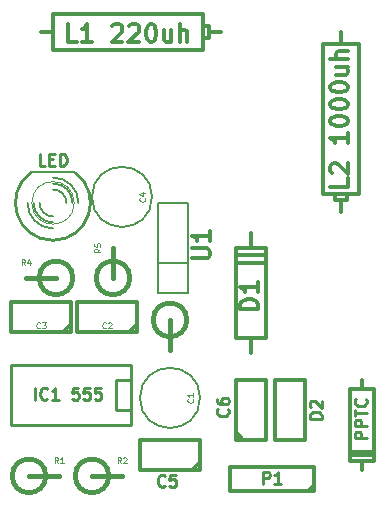
<source format=gto>
G04 (created by PCBNEW (2012-nov-02)-testing) date Wed 16 Jan 2013 09:01:30 PM EST*
%MOIN*%
G04 Gerber Fmt 3.4, Leading zero omitted, Abs format*
%FSLAX34Y34*%
G01*
G70*
G90*
G04 APERTURE LIST*
%ADD10C,3.93701e-05*%
%ADD11C,0.00984252*%
%ADD12C,0.00492126*%
%ADD13C,0.011811*%
%ADD14C,0.012*%
%ADD15C,0.015*%
%ADD16C,0.006*%
%ADD17C,0.008*%
%ADD18C,0.003*%
%ADD19C,0.01*%
%ADD20C,0.005*%
G04 APERTURE END LIST*
G54D10*
G54D11*
X55446Y-39859D02*
X55259Y-39859D01*
X55259Y-39465D01*
X55578Y-39653D02*
X55709Y-39653D01*
X55765Y-39859D02*
X55578Y-39859D01*
X55578Y-39465D01*
X55765Y-39465D01*
X55934Y-39859D02*
X55934Y-39465D01*
X56028Y-39465D01*
X56084Y-39484D01*
X56121Y-39521D01*
X56140Y-39559D01*
X56159Y-39634D01*
X56159Y-39690D01*
X56140Y-39765D01*
X56121Y-39803D01*
X56084Y-39840D01*
X56028Y-39859D01*
X55934Y-39859D01*
G54D12*
X58760Y-40932D02*
X58770Y-40942D01*
X58779Y-40970D01*
X58779Y-40989D01*
X58770Y-41017D01*
X58751Y-41035D01*
X58732Y-41045D01*
X58695Y-41054D01*
X58667Y-41054D01*
X58629Y-41045D01*
X58610Y-41035D01*
X58592Y-41017D01*
X58582Y-40989D01*
X58582Y-40970D01*
X58592Y-40942D01*
X58601Y-40932D01*
X58648Y-40764D02*
X58779Y-40764D01*
X58573Y-40810D02*
X58714Y-40857D01*
X58714Y-40735D01*
G54D13*
X60348Y-42949D02*
X60826Y-42949D01*
X60882Y-42921D01*
X60910Y-42893D01*
X60939Y-42837D01*
X60939Y-42724D01*
X60910Y-42668D01*
X60882Y-42640D01*
X60826Y-42612D01*
X60348Y-42612D01*
X60939Y-42021D02*
X60939Y-42359D01*
X60939Y-42190D02*
X60348Y-42190D01*
X60432Y-42246D01*
X60489Y-42303D01*
X60517Y-42359D01*
G54D12*
X57279Y-42632D02*
X57185Y-42698D01*
X57279Y-42745D02*
X57082Y-42745D01*
X57082Y-42670D01*
X57092Y-42651D01*
X57101Y-42642D01*
X57120Y-42632D01*
X57148Y-42632D01*
X57167Y-42642D01*
X57176Y-42651D01*
X57185Y-42670D01*
X57185Y-42745D01*
X57082Y-42454D02*
X57082Y-42548D01*
X57176Y-42557D01*
X57167Y-42548D01*
X57157Y-42529D01*
X57157Y-42482D01*
X57167Y-42464D01*
X57176Y-42454D01*
X57195Y-42445D01*
X57242Y-42445D01*
X57260Y-42454D01*
X57270Y-42464D01*
X57279Y-42482D01*
X57279Y-42529D01*
X57270Y-42548D01*
X57260Y-42557D01*
X54767Y-43179D02*
X54701Y-43085D01*
X54654Y-43179D02*
X54654Y-42982D01*
X54729Y-42982D01*
X54748Y-42992D01*
X54757Y-43001D01*
X54767Y-43020D01*
X54767Y-43048D01*
X54757Y-43067D01*
X54748Y-43076D01*
X54729Y-43085D01*
X54654Y-43085D01*
X54935Y-43048D02*
X54935Y-43179D01*
X54889Y-42973D02*
X54842Y-43114D01*
X54964Y-43114D01*
X55267Y-45260D02*
X55257Y-45270D01*
X55229Y-45279D01*
X55210Y-45279D01*
X55182Y-45270D01*
X55164Y-45251D01*
X55154Y-45232D01*
X55145Y-45195D01*
X55145Y-45167D01*
X55154Y-45129D01*
X55164Y-45110D01*
X55182Y-45092D01*
X55210Y-45082D01*
X55229Y-45082D01*
X55257Y-45092D01*
X55267Y-45101D01*
X55332Y-45082D02*
X55454Y-45082D01*
X55389Y-45157D01*
X55417Y-45157D01*
X55435Y-45167D01*
X55445Y-45176D01*
X55454Y-45195D01*
X55454Y-45242D01*
X55445Y-45260D01*
X55435Y-45270D01*
X55417Y-45279D01*
X55360Y-45279D01*
X55342Y-45270D01*
X55332Y-45260D01*
X57467Y-45260D02*
X57457Y-45270D01*
X57429Y-45279D01*
X57410Y-45279D01*
X57382Y-45270D01*
X57364Y-45251D01*
X57354Y-45232D01*
X57345Y-45195D01*
X57345Y-45167D01*
X57354Y-45129D01*
X57364Y-45110D01*
X57382Y-45092D01*
X57410Y-45082D01*
X57429Y-45082D01*
X57457Y-45092D01*
X57467Y-45101D01*
X57542Y-45101D02*
X57551Y-45092D01*
X57570Y-45082D01*
X57617Y-45082D01*
X57635Y-45092D01*
X57645Y-45101D01*
X57654Y-45120D01*
X57654Y-45139D01*
X57645Y-45167D01*
X57532Y-45279D01*
X57654Y-45279D01*
G54D11*
X55103Y-47659D02*
X55103Y-47265D01*
X55515Y-47621D02*
X55496Y-47640D01*
X55440Y-47659D01*
X55403Y-47659D01*
X55346Y-47640D01*
X55309Y-47603D01*
X55290Y-47565D01*
X55271Y-47490D01*
X55271Y-47434D01*
X55290Y-47359D01*
X55309Y-47321D01*
X55346Y-47284D01*
X55403Y-47265D01*
X55440Y-47265D01*
X55496Y-47284D01*
X55515Y-47303D01*
X55890Y-47659D02*
X55665Y-47659D01*
X55778Y-47659D02*
X55778Y-47265D01*
X55740Y-47321D01*
X55703Y-47359D01*
X55665Y-47378D01*
X56546Y-47265D02*
X56359Y-47265D01*
X56340Y-47453D01*
X56359Y-47434D01*
X56396Y-47415D01*
X56490Y-47415D01*
X56528Y-47434D01*
X56546Y-47453D01*
X56565Y-47490D01*
X56565Y-47584D01*
X56546Y-47621D01*
X56528Y-47640D01*
X56490Y-47659D01*
X56396Y-47659D01*
X56359Y-47640D01*
X56340Y-47621D01*
X56921Y-47265D02*
X56734Y-47265D01*
X56715Y-47453D01*
X56734Y-47434D01*
X56771Y-47415D01*
X56865Y-47415D01*
X56903Y-47434D01*
X56921Y-47453D01*
X56940Y-47490D01*
X56940Y-47584D01*
X56921Y-47621D01*
X56903Y-47640D01*
X56865Y-47659D01*
X56771Y-47659D01*
X56734Y-47640D01*
X56715Y-47621D01*
X57296Y-47265D02*
X57109Y-47265D01*
X57090Y-47453D01*
X57109Y-47434D01*
X57146Y-47415D01*
X57240Y-47415D01*
X57277Y-47434D01*
X57296Y-47453D01*
X57315Y-47490D01*
X57315Y-47584D01*
X57296Y-47621D01*
X57277Y-47640D01*
X57240Y-47659D01*
X57146Y-47659D01*
X57109Y-47640D01*
X57090Y-47621D01*
G54D12*
X57967Y-49779D02*
X57901Y-49685D01*
X57854Y-49779D02*
X57854Y-49582D01*
X57929Y-49582D01*
X57948Y-49592D01*
X57957Y-49601D01*
X57967Y-49620D01*
X57967Y-49648D01*
X57957Y-49667D01*
X57948Y-49676D01*
X57929Y-49685D01*
X57854Y-49685D01*
X58042Y-49601D02*
X58051Y-49592D01*
X58070Y-49582D01*
X58117Y-49582D01*
X58135Y-49592D01*
X58145Y-49601D01*
X58154Y-49620D01*
X58154Y-49639D01*
X58145Y-49667D01*
X58032Y-49779D01*
X58154Y-49779D01*
X55867Y-49779D02*
X55801Y-49685D01*
X55754Y-49779D02*
X55754Y-49582D01*
X55829Y-49582D01*
X55848Y-49592D01*
X55857Y-49601D01*
X55867Y-49620D01*
X55867Y-49648D01*
X55857Y-49667D01*
X55848Y-49676D01*
X55829Y-49685D01*
X55754Y-49685D01*
X56054Y-49779D02*
X55942Y-49779D01*
X55998Y-49779D02*
X55998Y-49582D01*
X55979Y-49610D01*
X55960Y-49629D01*
X55942Y-49639D01*
X60360Y-47632D02*
X60370Y-47642D01*
X60379Y-47670D01*
X60379Y-47689D01*
X60370Y-47717D01*
X60351Y-47735D01*
X60332Y-47745D01*
X60295Y-47754D01*
X60267Y-47754D01*
X60229Y-47745D01*
X60210Y-47735D01*
X60192Y-47717D01*
X60182Y-47689D01*
X60182Y-47670D01*
X60192Y-47642D01*
X60201Y-47632D01*
X60379Y-47445D02*
X60379Y-47557D01*
X60379Y-47501D02*
X60182Y-47501D01*
X60210Y-47520D01*
X60229Y-47539D01*
X60239Y-47557D01*
G54D11*
X59434Y-50521D02*
X59415Y-50540D01*
X59359Y-50559D01*
X59321Y-50559D01*
X59265Y-50540D01*
X59228Y-50503D01*
X59209Y-50465D01*
X59190Y-50390D01*
X59190Y-50334D01*
X59209Y-50259D01*
X59228Y-50221D01*
X59265Y-50184D01*
X59321Y-50165D01*
X59359Y-50165D01*
X59415Y-50184D01*
X59434Y-50203D01*
X59790Y-50165D02*
X59603Y-50165D01*
X59584Y-50353D01*
X59603Y-50334D01*
X59640Y-50315D01*
X59734Y-50315D01*
X59771Y-50334D01*
X59790Y-50353D01*
X59809Y-50390D01*
X59809Y-50484D01*
X59790Y-50521D01*
X59771Y-50540D01*
X59734Y-50559D01*
X59640Y-50559D01*
X59603Y-50540D01*
X59584Y-50521D01*
X61521Y-47965D02*
X61540Y-47984D01*
X61559Y-48040D01*
X61559Y-48078D01*
X61540Y-48134D01*
X61503Y-48171D01*
X61465Y-48190D01*
X61390Y-48209D01*
X61334Y-48209D01*
X61259Y-48190D01*
X61221Y-48171D01*
X61184Y-48134D01*
X61165Y-48078D01*
X61165Y-48040D01*
X61184Y-47984D01*
X61203Y-47965D01*
X61165Y-47628D02*
X61165Y-47703D01*
X61184Y-47740D01*
X61203Y-47759D01*
X61259Y-47796D01*
X61334Y-47815D01*
X61484Y-47815D01*
X61521Y-47796D01*
X61540Y-47778D01*
X61559Y-47740D01*
X61559Y-47665D01*
X61540Y-47628D01*
X61521Y-47609D01*
X61484Y-47590D01*
X61390Y-47590D01*
X61353Y-47609D01*
X61334Y-47628D01*
X61315Y-47665D01*
X61315Y-47740D01*
X61334Y-47778D01*
X61353Y-47796D01*
X61390Y-47815D01*
X64659Y-48290D02*
X64265Y-48290D01*
X64265Y-48196D01*
X64284Y-48140D01*
X64321Y-48103D01*
X64359Y-48084D01*
X64434Y-48065D01*
X64490Y-48065D01*
X64565Y-48084D01*
X64603Y-48103D01*
X64640Y-48140D01*
X64659Y-48196D01*
X64659Y-48290D01*
X64303Y-47915D02*
X64284Y-47896D01*
X64265Y-47859D01*
X64265Y-47765D01*
X64284Y-47728D01*
X64303Y-47709D01*
X64340Y-47690D01*
X64378Y-47690D01*
X64434Y-47709D01*
X64659Y-47934D01*
X64659Y-47690D01*
X62709Y-50459D02*
X62709Y-50065D01*
X62859Y-50065D01*
X62896Y-50084D01*
X62915Y-50103D01*
X62934Y-50140D01*
X62934Y-50196D01*
X62915Y-50234D01*
X62896Y-50253D01*
X62859Y-50271D01*
X62709Y-50271D01*
X63309Y-50459D02*
X63084Y-50459D01*
X63196Y-50459D02*
X63196Y-50065D01*
X63159Y-50121D01*
X63121Y-50159D01*
X63084Y-50178D01*
X66159Y-48946D02*
X65765Y-48946D01*
X65765Y-48796D01*
X65784Y-48759D01*
X65803Y-48740D01*
X65840Y-48721D01*
X65896Y-48721D01*
X65934Y-48740D01*
X65953Y-48759D01*
X65971Y-48796D01*
X65971Y-48946D01*
X66159Y-48553D02*
X65765Y-48553D01*
X65765Y-48403D01*
X65784Y-48365D01*
X65803Y-48346D01*
X65840Y-48328D01*
X65896Y-48328D01*
X65934Y-48346D01*
X65953Y-48365D01*
X65971Y-48403D01*
X65971Y-48553D01*
X65765Y-48215D02*
X65765Y-47990D01*
X66159Y-48103D02*
X65765Y-48103D01*
X66121Y-47634D02*
X66140Y-47653D01*
X66159Y-47709D01*
X66159Y-47746D01*
X66140Y-47803D01*
X66103Y-47840D01*
X66065Y-47859D01*
X65990Y-47878D01*
X65934Y-47878D01*
X65859Y-47859D01*
X65821Y-47840D01*
X65784Y-47803D01*
X65765Y-47746D01*
X65765Y-47709D01*
X65784Y-47653D01*
X65803Y-47634D01*
G54D13*
X62539Y-44635D02*
X61948Y-44635D01*
X61948Y-44495D01*
X61976Y-44410D01*
X62032Y-44354D01*
X62089Y-44326D01*
X62201Y-44298D01*
X62285Y-44298D01*
X62398Y-44326D01*
X62454Y-44354D01*
X62510Y-44410D01*
X62539Y-44495D01*
X62539Y-44635D01*
X62539Y-43735D02*
X62539Y-44073D01*
X62539Y-43904D02*
X61948Y-43904D01*
X62032Y-43960D01*
X62089Y-44017D01*
X62117Y-44073D01*
X65539Y-40282D02*
X65539Y-40563D01*
X64948Y-40563D01*
X65004Y-40113D02*
X64976Y-40085D01*
X64948Y-40029D01*
X64948Y-39888D01*
X64976Y-39832D01*
X65004Y-39804D01*
X65060Y-39776D01*
X65117Y-39776D01*
X65201Y-39804D01*
X65539Y-40141D01*
X65539Y-39776D01*
X65539Y-38764D02*
X65539Y-39101D01*
X65539Y-38932D02*
X64948Y-38932D01*
X65032Y-38988D01*
X65089Y-39045D01*
X65117Y-39101D01*
X64948Y-38398D02*
X64948Y-38342D01*
X64976Y-38285D01*
X65004Y-38257D01*
X65060Y-38229D01*
X65173Y-38201D01*
X65314Y-38201D01*
X65426Y-38229D01*
X65482Y-38257D01*
X65510Y-38285D01*
X65539Y-38342D01*
X65539Y-38398D01*
X65510Y-38454D01*
X65482Y-38482D01*
X65426Y-38510D01*
X65314Y-38539D01*
X65173Y-38539D01*
X65060Y-38510D01*
X65004Y-38482D01*
X64976Y-38454D01*
X64948Y-38398D01*
X64948Y-37835D02*
X64948Y-37779D01*
X64976Y-37723D01*
X65004Y-37695D01*
X65060Y-37667D01*
X65173Y-37639D01*
X65314Y-37639D01*
X65426Y-37667D01*
X65482Y-37695D01*
X65510Y-37723D01*
X65539Y-37779D01*
X65539Y-37835D01*
X65510Y-37892D01*
X65482Y-37920D01*
X65426Y-37948D01*
X65314Y-37976D01*
X65173Y-37976D01*
X65060Y-37948D01*
X65004Y-37920D01*
X64976Y-37892D01*
X64948Y-37835D01*
X64948Y-37273D02*
X64948Y-37217D01*
X64976Y-37161D01*
X65004Y-37132D01*
X65060Y-37104D01*
X65173Y-37076D01*
X65314Y-37076D01*
X65426Y-37104D01*
X65482Y-37132D01*
X65510Y-37161D01*
X65539Y-37217D01*
X65539Y-37273D01*
X65510Y-37329D01*
X65482Y-37357D01*
X65426Y-37386D01*
X65314Y-37414D01*
X65173Y-37414D01*
X65060Y-37386D01*
X65004Y-37357D01*
X64976Y-37329D01*
X64948Y-37273D01*
X65145Y-36570D02*
X65539Y-36570D01*
X65145Y-36823D02*
X65454Y-36823D01*
X65510Y-36795D01*
X65539Y-36739D01*
X65539Y-36654D01*
X65510Y-36598D01*
X65482Y-36570D01*
X65539Y-36289D02*
X64948Y-36289D01*
X65539Y-36036D02*
X65229Y-36036D01*
X65173Y-36064D01*
X65145Y-36120D01*
X65145Y-36204D01*
X65173Y-36261D01*
X65201Y-36289D01*
X56498Y-35739D02*
X56217Y-35739D01*
X56217Y-35148D01*
X57004Y-35739D02*
X56667Y-35739D01*
X56836Y-35739D02*
X56836Y-35148D01*
X56779Y-35232D01*
X56723Y-35289D01*
X56667Y-35317D01*
X57679Y-35204D02*
X57707Y-35176D01*
X57764Y-35148D01*
X57904Y-35148D01*
X57960Y-35176D01*
X57989Y-35204D01*
X58017Y-35260D01*
X58017Y-35317D01*
X57989Y-35401D01*
X57651Y-35739D01*
X58017Y-35739D01*
X58242Y-35204D02*
X58270Y-35176D01*
X58326Y-35148D01*
X58467Y-35148D01*
X58523Y-35176D01*
X58551Y-35204D01*
X58579Y-35260D01*
X58579Y-35317D01*
X58551Y-35401D01*
X58214Y-35739D01*
X58579Y-35739D01*
X58945Y-35148D02*
X59001Y-35148D01*
X59057Y-35176D01*
X59085Y-35204D01*
X59113Y-35260D01*
X59142Y-35373D01*
X59142Y-35514D01*
X59113Y-35626D01*
X59085Y-35682D01*
X59057Y-35710D01*
X59001Y-35739D01*
X58945Y-35739D01*
X58888Y-35710D01*
X58860Y-35682D01*
X58832Y-35626D01*
X58804Y-35514D01*
X58804Y-35373D01*
X58832Y-35260D01*
X58860Y-35204D01*
X58888Y-35176D01*
X58945Y-35148D01*
X59648Y-35345D02*
X59648Y-35739D01*
X59395Y-35345D02*
X59395Y-35654D01*
X59423Y-35710D01*
X59479Y-35739D01*
X59563Y-35739D01*
X59620Y-35710D01*
X59648Y-35682D01*
X59929Y-35739D02*
X59929Y-35148D01*
X60182Y-35739D02*
X60182Y-35429D01*
X60154Y-35373D01*
X60098Y-35345D01*
X60013Y-35345D01*
X59957Y-35373D01*
X59929Y-35401D01*
G54D14*
X63100Y-47000D02*
X64100Y-47000D01*
X64100Y-47000D02*
X64100Y-49000D01*
X64100Y-49000D02*
X63100Y-49000D01*
X63100Y-49000D02*
X63100Y-47000D01*
G54D15*
X54900Y-50200D02*
X55900Y-50200D01*
X55459Y-50200D02*
G75*
G03X55459Y-50200I-559J0D01*
G74*
G01*
X57000Y-50200D02*
X58000Y-50200D01*
X57559Y-50200D02*
G75*
G03X57559Y-50200I-559J0D01*
G74*
G01*
X57700Y-43600D02*
X57700Y-42600D01*
X58259Y-43600D02*
G75*
G03X58259Y-43600I-559J0D01*
G74*
G01*
X55800Y-43600D02*
X54800Y-43600D01*
X56359Y-43600D02*
G75*
G03X56359Y-43600I-559J0D01*
G74*
G01*
X59600Y-45000D02*
X59600Y-46000D01*
X60159Y-45000D02*
G75*
G03X60159Y-45000I-559J0D01*
G74*
G01*
G54D16*
X60200Y-44100D02*
X59200Y-44100D01*
X59200Y-44100D02*
X59200Y-41100D01*
X59200Y-41100D02*
X60200Y-41100D01*
X60200Y-41100D02*
X60200Y-44100D01*
X59200Y-43100D02*
X60200Y-43100D01*
G54D17*
X56450Y-40080D02*
X54950Y-40080D01*
G54D18*
X56407Y-41100D02*
G75*
G03X56407Y-41100I-707J0D01*
G74*
G01*
G54D19*
X54949Y-40100D02*
G75*
G03X56450Y-40100I750J-999D01*
G74*
G01*
G54D16*
X55250Y-41100D02*
G75*
G03X55700Y-41550I450J0D01*
G74*
G01*
X56150Y-41100D02*
G75*
G03X55700Y-40650I-450J0D01*
G74*
G01*
X55050Y-41100D02*
G75*
G03X55700Y-41750I650J0D01*
G74*
G01*
X56350Y-41100D02*
G75*
G03X55700Y-40450I-650J0D01*
G74*
G01*
X54850Y-41100D02*
G75*
G03X55700Y-41950I850J0D01*
G74*
G01*
X56550Y-41100D02*
G75*
G03X55700Y-40250I-850J0D01*
G74*
G01*
G54D19*
X58300Y-48000D02*
X57800Y-48000D01*
X57800Y-48000D02*
X57800Y-47000D01*
X57800Y-47000D02*
X58300Y-47000D01*
X58300Y-48500D02*
X54300Y-48500D01*
X54300Y-48500D02*
X54300Y-46500D01*
X54300Y-46500D02*
X58300Y-46500D01*
X58300Y-46500D02*
X58300Y-48500D01*
G54D14*
X61800Y-45600D02*
X61800Y-42600D01*
X61800Y-42600D02*
X62800Y-42600D01*
X62800Y-42600D02*
X62800Y-45600D01*
X62800Y-45600D02*
X61800Y-45600D01*
X61800Y-42850D02*
X62800Y-42850D01*
X62800Y-43100D02*
X61800Y-43100D01*
X62300Y-45600D02*
X62300Y-46100D01*
X62300Y-42600D02*
X62300Y-42100D01*
X66000Y-50000D02*
X66000Y-49700D01*
X66000Y-49700D02*
X66400Y-49700D01*
X66400Y-49700D02*
X66400Y-47300D01*
X66400Y-47300D02*
X66000Y-47300D01*
X66000Y-47300D02*
X66000Y-47000D01*
X66000Y-47300D02*
X65600Y-47300D01*
X65600Y-47300D02*
X65600Y-49700D01*
X65600Y-49700D02*
X66000Y-49700D01*
X66400Y-49500D02*
X65600Y-49500D01*
X65600Y-49400D02*
X66400Y-49400D01*
X61300Y-35400D02*
X60900Y-35400D01*
X60700Y-35200D02*
X60900Y-35200D01*
X60900Y-35200D02*
X60900Y-35600D01*
X60900Y-35600D02*
X60700Y-35600D01*
X55300Y-35400D02*
X55700Y-35400D01*
X55700Y-35400D02*
X55700Y-36000D01*
X55700Y-36000D02*
X60700Y-36000D01*
X60700Y-36000D02*
X60700Y-34800D01*
X60700Y-34800D02*
X55700Y-34800D01*
X55700Y-34800D02*
X55700Y-35400D01*
X65300Y-41400D02*
X65300Y-41000D01*
X65500Y-40800D02*
X65500Y-41000D01*
X65500Y-41000D02*
X65100Y-41000D01*
X65100Y-41000D02*
X65100Y-40800D01*
X65300Y-35400D02*
X65300Y-35800D01*
X65300Y-35800D02*
X64700Y-35800D01*
X64700Y-35800D02*
X64700Y-40800D01*
X64700Y-40800D02*
X65900Y-40800D01*
X65900Y-40800D02*
X65900Y-35800D01*
X65900Y-35800D02*
X65300Y-35800D01*
X64400Y-50700D02*
X61600Y-50700D01*
X61600Y-50700D02*
X61600Y-49900D01*
X61600Y-49900D02*
X64400Y-49900D01*
X64400Y-49900D02*
X64400Y-50700D01*
X64400Y-50500D02*
X64200Y-50700D01*
G54D20*
X59001Y-40900D02*
G75*
G03X59001Y-40900I-1001J0D01*
G74*
G01*
X60601Y-47600D02*
G75*
G03X60601Y-47600I-1001J0D01*
G74*
G01*
G54D14*
X56280Y-45400D02*
X54300Y-45400D01*
X54300Y-45400D02*
X54300Y-44400D01*
X54300Y-44400D02*
X56300Y-44400D01*
X56300Y-44400D02*
X56300Y-45400D01*
X56300Y-45150D02*
X56050Y-45400D01*
X61800Y-48980D02*
X61800Y-47000D01*
X61800Y-47000D02*
X62800Y-47000D01*
X62800Y-47000D02*
X62800Y-49000D01*
X62800Y-49000D02*
X61800Y-49000D01*
X62050Y-49000D02*
X61800Y-48750D01*
X60580Y-50000D02*
X58600Y-50000D01*
X58600Y-50000D02*
X58600Y-49000D01*
X58600Y-49000D02*
X60600Y-49000D01*
X60600Y-49000D02*
X60600Y-50000D01*
X60600Y-49750D02*
X60350Y-50000D01*
X58480Y-45400D02*
X56500Y-45400D01*
X56500Y-45400D02*
X56500Y-44400D01*
X56500Y-44400D02*
X58500Y-44400D01*
X58500Y-44400D02*
X58500Y-45400D01*
X58500Y-45150D02*
X58250Y-45400D01*
M02*

</source>
